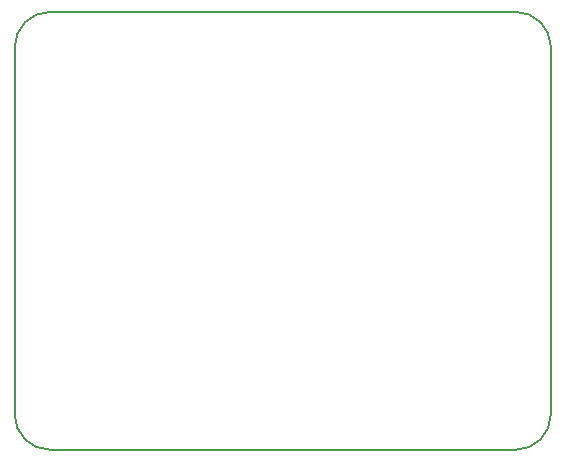
<source format=gm1>
G04 #@! TF.GenerationSoftware,KiCad,Pcbnew,8.0.9-1.fc41*
G04 #@! TF.CreationDate,2025-05-25T01:26:55-03:00*
G04 #@! TF.ProjectId,PA-circuit,50412d63-6972-4637-9569-742e6b696361,rev?*
G04 #@! TF.SameCoordinates,Original*
G04 #@! TF.FileFunction,Profile,NP*
%FSLAX46Y46*%
G04 Gerber Fmt 4.6, Leading zero omitted, Abs format (unit mm)*
G04 Created by KiCad (PCBNEW 8.0.9-1.fc41) date 2025-05-25 01:26:55*
%MOMM*%
%LPD*%
G01*
G04 APERTURE LIST*
G04 #@! TA.AperFunction,Profile*
%ADD10C,0.200000*%
G04 #@! TD*
G04 APERTURE END LIST*
D10*
X108798000Y-77084000D02*
X69398000Y-77084000D01*
X111798000Y-74084000D02*
G75*
G02*
X108798000Y-77084000I-3000000J0D01*
G01*
X69398000Y-77084000D02*
G75*
G02*
X66398000Y-74084000I0J3000000D01*
G01*
X66398000Y-74084000D02*
X66398000Y-43000000D01*
X108798000Y-40000000D02*
G75*
G02*
X111798000Y-43000000I0J-3000000D01*
G01*
X108798000Y-40000000D02*
X69398000Y-40000000D01*
X111798000Y-74084000D02*
X111798000Y-43000000D01*
X66398000Y-43000000D02*
G75*
G02*
X69398000Y-40000000I3000000J0D01*
G01*
M02*

</source>
